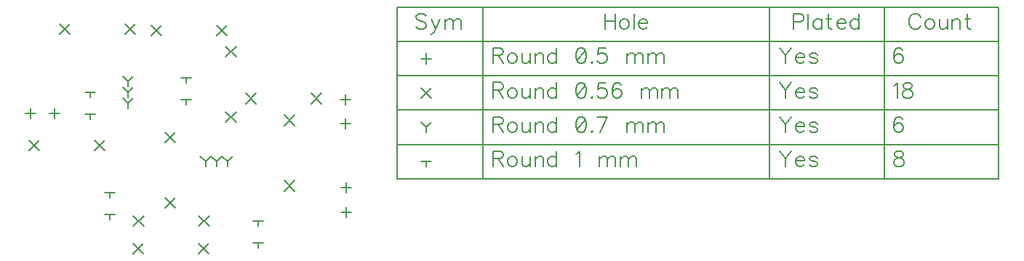
<source format=gbr>
G04 DipTrace 3.0.0.1*
G04 Plated_Through.gbr*
%MOIN*%
G04 #@! TF.FileFunction,Plated,1,2,PTH,Drill*
G04 #@! TF.Part,Single*
G04 Drill Symbols*
G04 D=0.019685 - Cross*
G04 D=0.021995 - X*
G04 D=0.027559 - Y*
G04 D=0.03937 - T*
%ADD10C,0.007874*%
%FSLAX26Y26*%
G04*
G70*
G90*
G75*
G01*
X762205Y1299606D2*
D10*
X809449D1*
X785827D2*
Y1275984D1*
X762205Y1199606D2*
X809449D1*
X785827D2*
Y1175984D1*
X852362Y738976D2*
X899606D1*
X875984D2*
Y715354D1*
X852362Y838976D2*
X899606D1*
X875984D2*
Y815354D1*
X1204331Y1266142D2*
X1251575D1*
X1227953D2*
Y1242520D1*
X1204331Y1366142D2*
X1251575D1*
X1227953D2*
Y1342520D1*
X1532283Y708268D2*
X1579528D1*
X1555906D2*
Y684646D1*
X1532283Y608268D2*
X1579528D1*
X1555906D2*
Y584646D1*
X935433Y1372835D2*
X959055Y1349213D1*
X982677Y1372835D1*
X959055Y1349213D2*
Y1325591D1*
X935433Y1322835D2*
X959055Y1299213D1*
X982677Y1322835D1*
X959055Y1299213D2*
Y1275591D1*
X935433Y1272835D2*
X959055Y1249213D1*
X982677Y1272835D1*
X959055Y1249213D2*
Y1225591D1*
X1391732Y1005906D2*
X1415354Y982283D1*
X1438976Y1005906D1*
X1415354Y982283D2*
Y958661D1*
X1341732Y1005906D2*
X1365354Y982283D1*
X1388976Y1005906D1*
X1365354Y982283D2*
Y958661D1*
X1291732Y1005906D2*
X1315354Y982283D1*
X1338976Y1005906D1*
X1315354Y982283D2*
Y958661D1*
X1366929Y1604724D2*
X1414173Y1557480D1*
Y1604724D2*
X1366929Y1557480D1*
X1066929Y1604724D2*
X1114173Y1557480D1*
Y1604724D2*
X1066929Y1557480D1*
X948031Y1611811D2*
X995276Y1564567D1*
Y1611811D2*
X948031Y1564567D1*
X648031Y1611811D2*
X695276Y1564567D1*
Y1611811D2*
X648031Y1564567D1*
X1408661Y1508268D2*
X1455906Y1461024D1*
Y1508268D2*
X1408661Y1461024D1*
Y1208268D2*
X1455906Y1161024D1*
Y1208268D2*
X1408661Y1161024D1*
X805512Y1077165D2*
X852756Y1029921D1*
Y1077165D2*
X805512Y1029921D1*
X505512Y1077165D2*
X552756Y1029921D1*
Y1077165D2*
X505512Y1029921D1*
X1800787Y1293307D2*
X1848031Y1246063D1*
Y1293307D2*
X1800787Y1246063D1*
X1500787Y1293307D2*
X1548031Y1246063D1*
Y1293307D2*
X1500787Y1246063D1*
X1130709Y1113780D2*
X1177953Y1066535D1*
Y1113780D2*
X1130709Y1066535D1*
Y813780D2*
X1177953Y766535D1*
Y813780D2*
X1130709Y766535D1*
X1285039Y730709D2*
X1332283Y683465D1*
Y730709D2*
X1285039Y683465D1*
X985039Y730709D2*
X1032283Y683465D1*
Y730709D2*
X985039Y683465D1*
X1677559Y1193307D2*
X1724803Y1146063D1*
Y1193307D2*
X1677559Y1146063D1*
Y893307D2*
X1724803Y846063D1*
Y893307D2*
X1677559Y846063D1*
X1284252Y604331D2*
X1331496Y557087D1*
Y604331D2*
X1284252Y557087D1*
X984252Y604331D2*
X1031496Y557087D1*
Y604331D2*
X984252Y557087D1*
X624409Y1225591D2*
Y1178346D1*
X600787Y1201969D2*
X648031D1*
X512992Y1225591D2*
Y1178346D1*
X489370Y1201969D2*
X536614D1*
X1960236Y772835D2*
Y725591D1*
X1936614Y749213D2*
X1983858D1*
X1960236Y884252D2*
Y837008D1*
X1936614Y860630D2*
X1983858D1*
X1957480Y1177559D2*
Y1130315D1*
X1933858Y1153937D2*
X1981102D1*
X1957480Y1288976D2*
Y1241732D1*
X1933858Y1265354D2*
X1981102D1*
X2194751Y1688976D2*
X2588451D1*
Y1531496D1*
X2194751D1*
Y1688976D1*
Y1531496D2*
X2588451D1*
Y1374016D1*
X2194751D1*
Y1531496D1*
Y1374016D2*
X2588451D1*
Y1216535D1*
X2194751D1*
Y1374016D1*
Y1216535D2*
X2588451D1*
Y1059055D1*
X2194751D1*
Y1216535D1*
Y1059055D2*
X2588451D1*
Y901575D1*
X2194751D1*
Y1059055D1*
X2588451Y1688976D2*
X3900787D1*
Y1531496D1*
X2588451D1*
Y1688976D1*
Y1531496D2*
X3900787D1*
Y1374016D1*
X2588451D1*
Y1531496D1*
Y1374016D2*
X3900787D1*
Y1216535D1*
X2588451D1*
Y1374016D1*
Y1216535D2*
X3900787D1*
Y1059055D1*
X2588451D1*
Y1216535D1*
Y1059055D2*
X3900787D1*
Y901575D1*
X2588451D1*
Y1059055D1*
X3900787Y1688976D2*
X4425722D1*
Y1531496D1*
X3900787D1*
Y1688976D1*
Y1531496D2*
X4425722D1*
Y1374016D1*
X3900787D1*
Y1531496D1*
Y1374016D2*
X4425722D1*
Y1216535D1*
X3900787D1*
Y1374016D1*
Y1216535D2*
X4425722D1*
Y1059055D1*
X3900787D1*
Y1216535D1*
Y1059055D2*
X4425722D1*
Y901575D1*
X3900787D1*
Y1059055D1*
X4425722Y1688976D2*
X4950656D1*
Y1531496D1*
X4425722D1*
Y1688976D1*
Y1531496D2*
X4950656D1*
Y1374016D1*
X4425722D1*
Y1531496D1*
Y1374016D2*
X4950656D1*
Y1216535D1*
X4425722D1*
Y1374016D1*
Y1216535D2*
X4950656D1*
Y1059055D1*
X4425722D1*
Y1216535D1*
Y1059055D2*
X4950656D1*
Y901575D1*
X4425722D1*
Y1059055D1*
X2325984Y1476378D2*
Y1429134D1*
X2302362Y1452756D2*
X2349606D1*
X2302362Y1318898D2*
X2349606Y1271654D1*
Y1318898D2*
X2302362Y1271654D1*
Y1161417D2*
X2325984Y1137795D1*
X2349606Y1161417D1*
X2325984Y1137795D2*
Y1114173D1*
X2302362Y980315D2*
X2349606D1*
X2325984D2*
Y956693D1*
X2326503Y1647902D2*
X2319849Y1654634D1*
X2309790Y1657961D1*
X2296403D1*
X2286344Y1654634D1*
X2279612Y1647902D1*
Y1641248D1*
X2283017Y1634516D1*
X2286344Y1631189D1*
X2292999Y1627861D1*
X2313117Y1621130D1*
X2319849Y1617802D1*
X2323176Y1614398D1*
X2326503Y1607743D1*
Y1597684D1*
X2319849Y1591030D1*
X2309790Y1587625D1*
X2296403D1*
X2286344Y1591030D1*
X2279612Y1597684D1*
X2351523Y1634516D2*
X2371563Y1587625D1*
X2364909Y1574239D1*
X2358177Y1567507D1*
X2351523Y1564180D1*
X2348118D1*
X2391681Y1634516D2*
X2371563Y1587625D1*
X2413296Y1634516D2*
Y1587625D1*
Y1621130D2*
X2423355Y1631189D1*
X2430087Y1634516D1*
X2440069D1*
X2446801Y1631189D1*
X2450128Y1621130D1*
Y1587625D1*
Y1621130D2*
X2460187Y1631189D1*
X2466919Y1634516D1*
X2476901D1*
X2483632Y1631189D1*
X2487037Y1621130D1*
Y1587625D1*
X3145545Y1657961D2*
Y1587625D1*
X3192436Y1657961D2*
Y1587625D1*
X3145545Y1624457D2*
X3192436D1*
X3230765Y1634516D2*
X3224110Y1631189D1*
X3217378Y1624457D1*
X3214051Y1614398D1*
Y1607743D1*
X3217378Y1597684D1*
X3224110Y1591030D1*
X3230765Y1587625D1*
X3240824D1*
X3247555Y1591030D1*
X3254210Y1597684D1*
X3257615Y1607743D1*
Y1614398D1*
X3254210Y1624457D1*
X3247555Y1631189D1*
X3240824Y1634516D1*
X3230765D1*
X3279229Y1657961D2*
Y1587625D1*
X3300844Y1614398D2*
X3341003D1*
Y1621130D1*
X3337676Y1627861D1*
X3334349Y1631189D1*
X3327617Y1634516D1*
X3317558D1*
X3310903Y1631189D1*
X3304172Y1624457D1*
X3300844Y1614398D1*
Y1607743D1*
X3304172Y1597684D1*
X3310903Y1591030D1*
X3317558Y1587625D1*
X3327617D1*
X3334349Y1591030D1*
X3341003Y1597684D1*
X2633225Y1466977D2*
X2663325D1*
X2673384Y1470381D1*
X2676789Y1473708D1*
X2680116Y1480363D1*
Y1487095D1*
X2676789Y1493749D1*
X2673384Y1497154D1*
X2663325Y1500481D1*
X2633225D1*
Y1430145D1*
X2656671Y1466977D2*
X2680116Y1430145D1*
X2718444Y1477036D2*
X2711790Y1473708D1*
X2705058Y1466977D1*
X2701731Y1456917D1*
Y1450263D1*
X2705058Y1440204D1*
X2711790Y1433550D1*
X2718444Y1430145D1*
X2728503D1*
X2735235Y1433550D1*
X2741890Y1440204D1*
X2745294Y1450263D1*
Y1456917D1*
X2741890Y1466977D1*
X2735235Y1473708D1*
X2728503Y1477036D1*
X2718444D1*
X2766909D2*
Y1443531D1*
X2770236Y1433550D1*
X2776968Y1430145D1*
X2787027D1*
X2793682Y1433550D1*
X2803741Y1443531D1*
Y1477036D2*
Y1430145D1*
X2825356Y1477036D2*
Y1430145D1*
Y1463649D2*
X2835415Y1473708D1*
X2842147Y1477036D1*
X2852128D1*
X2858860Y1473708D1*
X2862187Y1463649D1*
Y1430145D1*
X2923961Y1500481D2*
Y1430145D1*
Y1466977D2*
X2917307Y1473708D1*
X2910575Y1477036D1*
X2900516D1*
X2893861Y1473708D1*
X2887130Y1466977D1*
X2883802Y1456917D1*
Y1450263D1*
X2887130Y1440204D1*
X2893861Y1433550D1*
X2900516Y1430145D1*
X2910575D1*
X2917307Y1433550D1*
X2923961Y1440204D1*
X3033736Y1500404D2*
X3023677Y1497076D1*
X3016945Y1487017D1*
X3013618Y1470304D1*
Y1460245D1*
X3016945Y1443531D1*
X3023677Y1433472D1*
X3033736Y1430145D1*
X3040390D1*
X3050449Y1433472D1*
X3057104Y1443531D1*
X3060508Y1460245D1*
Y1470304D1*
X3057104Y1487017D1*
X3050449Y1497076D1*
X3040390Y1500404D1*
X3033736D1*
X3057104Y1487017D2*
X3016945Y1443531D1*
X3085450Y1436877D2*
X3082123Y1433472D1*
X3085450Y1430145D1*
X3088855Y1433472D1*
X3085450Y1436877D1*
X3150629Y1500404D2*
X3117202D1*
X3113875Y1470304D1*
X3117202Y1473631D1*
X3127261Y1477036D1*
X3137242D1*
X3147302Y1473631D1*
X3154033Y1466977D1*
X3157361Y1456917D1*
Y1450263D1*
X3154033Y1440204D1*
X3147302Y1433472D1*
X3137242Y1430145D1*
X3127261D1*
X3117202Y1433472D1*
X3113875Y1436877D1*
X3110470Y1443531D1*
X3247017Y1477036D2*
Y1430145D1*
Y1463649D2*
X3257076Y1473708D1*
X3263808Y1477036D1*
X3273789D1*
X3280521Y1473708D1*
X3283849Y1463649D1*
Y1430145D1*
Y1463649D2*
X3293908Y1473708D1*
X3300639Y1477036D1*
X3310621D1*
X3317353Y1473708D1*
X3320758Y1463649D1*
Y1430145D1*
X3342372Y1477036D2*
Y1430145D1*
Y1463649D2*
X3352432Y1473708D1*
X3359163Y1477036D1*
X3369145D1*
X3375877Y1473708D1*
X3379204Y1463649D1*
Y1430145D1*
Y1463649D2*
X3389263Y1473708D1*
X3395995Y1477036D1*
X3405977D1*
X3412708Y1473708D1*
X3416113Y1463649D1*
Y1430145D1*
X2633225Y1309496D2*
X2663325D1*
X2673384Y1312901D1*
X2676789Y1316228D1*
X2680116Y1322883D1*
Y1329614D1*
X2676789Y1336269D1*
X2673384Y1339673D1*
X2663325Y1343001D1*
X2633225D1*
Y1272665D1*
X2656671Y1309496D2*
X2680116Y1272665D1*
X2718444Y1319555D2*
X2711790Y1316228D1*
X2705058Y1309496D1*
X2701731Y1299437D1*
Y1292783D1*
X2705058Y1282724D1*
X2711790Y1276069D1*
X2718444Y1272665D1*
X2728503D1*
X2735235Y1276069D1*
X2741890Y1282724D1*
X2745294Y1292783D1*
Y1299437D1*
X2741890Y1309496D1*
X2735235Y1316228D1*
X2728503Y1319555D1*
X2718444D1*
X2766909D2*
Y1286051D1*
X2770236Y1276069D1*
X2776968Y1272665D1*
X2787027D1*
X2793682Y1276069D1*
X2803741Y1286051D1*
Y1319555D2*
Y1272665D1*
X2825356Y1319555D2*
Y1272665D1*
Y1306169D2*
X2835415Y1316228D1*
X2842147Y1319555D1*
X2852128D1*
X2858860Y1316228D1*
X2862187Y1306169D1*
Y1272665D1*
X2923961Y1343001D2*
Y1272665D1*
Y1309496D2*
X2917307Y1316228D1*
X2910575Y1319555D1*
X2900516D1*
X2893861Y1316228D1*
X2887130Y1309496D1*
X2883802Y1299437D1*
Y1292783D1*
X2887130Y1282724D1*
X2893861Y1276069D1*
X2900516Y1272665D1*
X2910575D1*
X2917307Y1276069D1*
X2923961Y1282724D1*
X3033736Y1342923D2*
X3023677Y1339596D1*
X3016945Y1329537D1*
X3013618Y1312823D1*
Y1302764D1*
X3016945Y1286051D1*
X3023677Y1275992D1*
X3033736Y1272665D1*
X3040390D1*
X3050449Y1275992D1*
X3057104Y1286051D1*
X3060508Y1302764D1*
Y1312823D1*
X3057104Y1329537D1*
X3050449Y1339596D1*
X3040390Y1342923D1*
X3033736D1*
X3057104Y1329537D2*
X3016945Y1286051D1*
X3085450Y1279396D2*
X3082123Y1275992D1*
X3085450Y1272665D1*
X3088855Y1275992D1*
X3085450Y1279396D1*
X3150629Y1342923D2*
X3117202D1*
X3113875Y1312823D1*
X3117202Y1316151D1*
X3127261Y1319555D1*
X3137242D1*
X3147302Y1316151D1*
X3154033Y1309496D1*
X3157361Y1299437D1*
Y1292783D1*
X3154033Y1282724D1*
X3147302Y1275992D1*
X3137242Y1272665D1*
X3127261D1*
X3117202Y1275992D1*
X3113875Y1279396D1*
X3110470Y1286051D1*
X3219134Y1332942D2*
X3215807Y1339596D1*
X3205748Y1342923D1*
X3199094D1*
X3189035Y1339596D1*
X3182303Y1329537D1*
X3178976Y1312823D1*
Y1296110D1*
X3182303Y1282724D1*
X3189035Y1275992D1*
X3199094Y1272665D1*
X3202421D1*
X3212403Y1275992D1*
X3219134Y1282724D1*
X3222462Y1292783D1*
Y1296110D1*
X3219134Y1306169D1*
X3212403Y1312823D1*
X3202421Y1316151D1*
X3199094D1*
X3189035Y1312823D1*
X3182303Y1306169D1*
X3178976Y1296110D1*
X3312118Y1319555D2*
Y1272665D1*
Y1306169D2*
X3322177Y1316228D1*
X3328909Y1319555D1*
X3338890D1*
X3345622Y1316228D1*
X3348950Y1306169D1*
Y1272665D1*
Y1306169D2*
X3359009Y1316228D1*
X3365740Y1319555D1*
X3375722D1*
X3382454Y1316228D1*
X3385859Y1306169D1*
Y1272665D1*
X3407473Y1319555D2*
Y1272665D1*
Y1306169D2*
X3417533Y1316228D1*
X3424264Y1319555D1*
X3434246D1*
X3440978Y1316228D1*
X3444305Y1306169D1*
Y1272665D1*
Y1306169D2*
X3454364Y1316228D1*
X3461096Y1319555D1*
X3471078D1*
X3477809Y1316228D1*
X3481214Y1306169D1*
Y1272665D1*
X2633225Y1152016D2*
X2663325D1*
X2673384Y1155421D1*
X2676789Y1158748D1*
X2680116Y1165402D1*
Y1172134D1*
X2676789Y1178788D1*
X2673384Y1182193D1*
X2663325Y1185520D1*
X2633225D1*
Y1115184D1*
X2656671Y1152016D2*
X2680116Y1115184D1*
X2718444Y1162075D2*
X2711790Y1158748D1*
X2705058Y1152016D1*
X2701731Y1141957D1*
Y1135302D1*
X2705058Y1125243D1*
X2711790Y1118589D1*
X2718444Y1115184D1*
X2728503D1*
X2735235Y1118589D1*
X2741890Y1125243D1*
X2745294Y1135302D1*
Y1141957D1*
X2741890Y1152016D1*
X2735235Y1158748D1*
X2728503Y1162075D1*
X2718444D1*
X2766909D2*
Y1128571D1*
X2770236Y1118589D1*
X2776968Y1115184D1*
X2787027D1*
X2793682Y1118589D1*
X2803741Y1128571D1*
Y1162075D2*
Y1115184D1*
X2825356Y1162075D2*
Y1115184D1*
Y1148689D2*
X2835415Y1158748D1*
X2842147Y1162075D1*
X2852128D1*
X2858860Y1158748D1*
X2862187Y1148689D1*
Y1115184D1*
X2923961Y1185520D2*
Y1115184D1*
Y1152016D2*
X2917307Y1158748D1*
X2910575Y1162075D1*
X2900516D1*
X2893861Y1158748D1*
X2887130Y1152016D1*
X2883802Y1141957D1*
Y1135302D1*
X2887130Y1125243D1*
X2893861Y1118589D1*
X2900516Y1115184D1*
X2910575D1*
X2917307Y1118589D1*
X2923961Y1125243D1*
X3033736Y1185443D2*
X3023677Y1182116D1*
X3016945Y1172057D1*
X3013618Y1155343D1*
Y1145284D1*
X3016945Y1128571D1*
X3023677Y1118512D1*
X3033736Y1115184D1*
X3040390D1*
X3050449Y1118512D1*
X3057104Y1128571D1*
X3060508Y1145284D1*
Y1155343D1*
X3057104Y1172057D1*
X3050449Y1182116D1*
X3040390Y1185443D1*
X3033736D1*
X3057104Y1172057D2*
X3016945Y1128571D1*
X3085450Y1121916D2*
X3082123Y1118512D1*
X3085450Y1115184D1*
X3088855Y1118512D1*
X3085450Y1121916D1*
X3123856Y1115184D2*
X3157361Y1185443D1*
X3110470D1*
X3247017Y1162075D2*
Y1115184D1*
Y1148689D2*
X3257076Y1158748D1*
X3263808Y1162075D1*
X3273789D1*
X3280521Y1158748D1*
X3283849Y1148689D1*
Y1115184D1*
Y1148689D2*
X3293908Y1158748D1*
X3300639Y1162075D1*
X3310621D1*
X3317353Y1158748D1*
X3320758Y1148689D1*
Y1115184D1*
X3342372Y1162075D2*
Y1115184D1*
Y1148689D2*
X3352432Y1158748D1*
X3359163Y1162075D1*
X3369145D1*
X3375877Y1158748D1*
X3379204Y1148689D1*
Y1115184D1*
Y1148689D2*
X3389263Y1158748D1*
X3395995Y1162075D1*
X3405977D1*
X3412708Y1158748D1*
X3416113Y1148689D1*
Y1115184D1*
X2633225Y994536D2*
X2663325D1*
X2673384Y997940D1*
X2676789Y1001267D1*
X2680116Y1007922D1*
Y1014654D1*
X2676789Y1021308D1*
X2673384Y1024713D1*
X2663325Y1028040D1*
X2633225D1*
Y957704D1*
X2656671Y994536D2*
X2680116Y957704D1*
X2718444Y1004595D2*
X2711790Y1001267D1*
X2705058Y994536D1*
X2701731Y984477D1*
Y977822D1*
X2705058Y967763D1*
X2711790Y961109D1*
X2718444Y957704D1*
X2728503D1*
X2735235Y961109D1*
X2741890Y967763D1*
X2745294Y977822D1*
Y984477D1*
X2741890Y994536D1*
X2735235Y1001267D1*
X2728503Y1004595D1*
X2718444D1*
X2766909D2*
Y971090D1*
X2770236Y961109D1*
X2776968Y957704D1*
X2787027D1*
X2793682Y961109D1*
X2803741Y971090D1*
Y1004595D2*
Y957704D1*
X2825356Y1004595D2*
Y957704D1*
Y991208D2*
X2835415Y1001267D1*
X2842147Y1004595D1*
X2852128D1*
X2858860Y1001267D1*
X2862187Y991208D1*
Y957704D1*
X2923961Y1028040D2*
Y957704D1*
Y994536D2*
X2917307Y1001267D1*
X2910575Y1004595D1*
X2900516D1*
X2893861Y1001267D1*
X2887130Y994536D1*
X2883802Y984477D1*
Y977822D1*
X2887130Y967763D1*
X2893861Y961109D1*
X2900516Y957704D1*
X2910575D1*
X2917307Y961109D1*
X2923961Y967763D1*
X3013618Y1014576D2*
X3020349Y1017981D1*
X3030408Y1027963D1*
Y957704D1*
X3120065Y1004595D2*
Y957704D1*
Y991208D2*
X3130124Y1001267D1*
X3136856Y1004595D1*
X3146837D1*
X3153569Y1001267D1*
X3156896Y991208D1*
Y957704D1*
Y991208D2*
X3166955Y1001267D1*
X3173687Y1004595D1*
X3183669D1*
X3190401Y1001267D1*
X3193805Y991208D1*
Y957704D1*
X3215420Y1004595D2*
Y957704D1*
Y991208D2*
X3225479Y1001267D1*
X3232211Y1004595D1*
X3242193D1*
X3248925Y1001267D1*
X3252252Y991208D1*
Y957704D1*
Y991208D2*
X3262311Y1001267D1*
X3269043Y1004595D1*
X3279024D1*
X3285756Y1001267D1*
X3289161Y991208D1*
Y957704D1*
X4009106Y1621130D2*
X4039284D1*
X4049265Y1624457D1*
X4052670Y1627861D1*
X4055997Y1634516D1*
Y1644575D1*
X4052670Y1651229D1*
X4049265Y1654634D1*
X4039284Y1657961D1*
X4009106D1*
Y1587625D1*
X4077612Y1657961D2*
Y1587625D1*
X4139386Y1634516D2*
Y1587625D1*
Y1624457D2*
X4132731Y1631189D1*
X4126000Y1634516D1*
X4116018D1*
X4109286Y1631189D1*
X4102632Y1624457D1*
X4099227Y1614398D1*
Y1607743D1*
X4102632Y1597684D1*
X4109286Y1591030D1*
X4116018Y1587625D1*
X4126000D1*
X4132731Y1591030D1*
X4139386Y1597684D1*
X4171060Y1657961D2*
Y1601012D1*
X4174387Y1591030D1*
X4181119Y1587625D1*
X4187773D1*
X4161001Y1634516D2*
X4184446D1*
X4209388Y1614398D2*
X4249547D1*
Y1621130D1*
X4246220Y1627861D1*
X4242893Y1631189D1*
X4236161Y1634516D1*
X4226102D1*
X4219447Y1631189D1*
X4212716Y1624457D1*
X4209388Y1614398D1*
Y1607743D1*
X4212716Y1597684D1*
X4219447Y1591030D1*
X4226102Y1587625D1*
X4236161D1*
X4242893Y1591030D1*
X4249547Y1597684D1*
X4311321Y1657961D2*
Y1587625D1*
Y1624457D2*
X4304667Y1631189D1*
X4297935Y1634516D1*
X4287876D1*
X4281221Y1631189D1*
X4274489Y1624457D1*
X4271162Y1614398D1*
Y1607743D1*
X4274489Y1597684D1*
X4281221Y1591030D1*
X4287876Y1587625D1*
X4297935D1*
X4304667Y1591030D1*
X4311321Y1597684D1*
X3945561Y1500481D2*
X3972334Y1466977D1*
Y1430145D1*
X3999106Y1500481D2*
X3972334Y1466977D1*
X4020721Y1456917D2*
X4060880D1*
Y1463649D1*
X4057553Y1470381D1*
X4054226Y1473708D1*
X4047494Y1477036D1*
X4037435D1*
X4030780Y1473708D1*
X4024049Y1466977D1*
X4020721Y1456917D1*
Y1450263D1*
X4024049Y1440204D1*
X4030780Y1433550D1*
X4037435Y1430145D1*
X4047494D1*
X4054226Y1433550D1*
X4060880Y1440204D1*
X4119327Y1466977D2*
X4115999Y1473708D1*
X4105940Y1477036D1*
X4095881D1*
X4085822Y1473708D1*
X4082495Y1466977D1*
X4085822Y1460322D1*
X4092554Y1456917D1*
X4109268Y1453590D1*
X4115999Y1450263D1*
X4119327Y1443531D1*
Y1440204D1*
X4115999Y1433550D1*
X4105940Y1430145D1*
X4095881D1*
X4085822Y1433550D1*
X4082495Y1440204D1*
X3945561Y1343001D2*
X3972334Y1309496D1*
Y1272665D1*
X3999106Y1343001D2*
X3972334Y1309496D1*
X4020721Y1299437D2*
X4060880D1*
Y1306169D1*
X4057553Y1312901D1*
X4054226Y1316228D1*
X4047494Y1319555D1*
X4037435D1*
X4030780Y1316228D1*
X4024049Y1309496D1*
X4020721Y1299437D1*
Y1292783D1*
X4024049Y1282724D1*
X4030780Y1276069D1*
X4037435Y1272665D1*
X4047494D1*
X4054226Y1276069D1*
X4060880Y1282724D1*
X4119327Y1309496D2*
X4115999Y1316228D1*
X4105940Y1319555D1*
X4095881D1*
X4085822Y1316228D1*
X4082495Y1309496D1*
X4085822Y1302842D1*
X4092554Y1299437D1*
X4109268Y1296110D1*
X4115999Y1292783D1*
X4119327Y1286051D1*
Y1282724D1*
X4115999Y1276069D1*
X4105940Y1272665D1*
X4095881D1*
X4085822Y1276069D1*
X4082495Y1282724D1*
X3945561Y1185520D2*
X3972334Y1152016D1*
Y1115184D1*
X3999106Y1185520D2*
X3972334Y1152016D1*
X4020721Y1141957D2*
X4060880D1*
Y1148689D1*
X4057553Y1155421D1*
X4054226Y1158748D1*
X4047494Y1162075D1*
X4037435D1*
X4030780Y1158748D1*
X4024049Y1152016D1*
X4020721Y1141957D1*
Y1135302D1*
X4024049Y1125243D1*
X4030780Y1118589D1*
X4037435Y1115184D1*
X4047494D1*
X4054226Y1118589D1*
X4060880Y1125243D1*
X4119327Y1152016D2*
X4115999Y1158748D1*
X4105940Y1162075D1*
X4095881D1*
X4085822Y1158748D1*
X4082495Y1152016D1*
X4085822Y1145361D1*
X4092554Y1141957D1*
X4109268Y1138630D1*
X4115999Y1135302D1*
X4119327Y1128571D1*
Y1125243D1*
X4115999Y1118589D1*
X4105940Y1115184D1*
X4095881D1*
X4085822Y1118589D1*
X4082495Y1125243D1*
X3945561Y1028040D2*
X3972334Y994536D1*
Y957704D1*
X3999106Y1028040D2*
X3972334Y994536D1*
X4020721Y984477D2*
X4060880D1*
Y991208D1*
X4057553Y997940D1*
X4054226Y1001267D1*
X4047494Y1004595D1*
X4037435D1*
X4030780Y1001267D1*
X4024049Y994536D1*
X4020721Y984477D1*
Y977822D1*
X4024049Y967763D1*
X4030780Y961109D1*
X4037435Y957704D1*
X4047494D1*
X4054226Y961109D1*
X4060880Y967763D1*
X4119327Y994536D2*
X4115999Y1001267D1*
X4105940Y1004595D1*
X4095881D1*
X4085822Y1001267D1*
X4082495Y994536D1*
X4085822Y987881D1*
X4092554Y984477D1*
X4109268Y981149D1*
X4115999Y977822D1*
X4119327Y971090D1*
Y967763D1*
X4115999Y961109D1*
X4105940Y957704D1*
X4095881D1*
X4085822Y961109D1*
X4082495Y967763D1*
X4592085Y1641248D2*
X4588758Y1647902D1*
X4582026Y1654634D1*
X4575371Y1657961D1*
X4561985D1*
X4555253Y1654634D1*
X4548599Y1647902D1*
X4545194Y1641248D1*
X4541867Y1631189D1*
Y1614398D1*
X4545194Y1604416D1*
X4548599Y1597684D1*
X4555253Y1591030D1*
X4561985Y1587625D1*
X4575371D1*
X4582026Y1591030D1*
X4588758Y1597684D1*
X4592085Y1604416D1*
X4630413Y1634516D2*
X4623759Y1631189D1*
X4617027Y1624457D1*
X4613700Y1614398D1*
Y1607743D1*
X4617027Y1597684D1*
X4623759Y1591030D1*
X4630413Y1587625D1*
X4640472D1*
X4647204Y1591030D1*
X4653859Y1597684D1*
X4657263Y1607743D1*
Y1614398D1*
X4653859Y1624457D1*
X4647204Y1631189D1*
X4640472Y1634516D1*
X4630413D1*
X4678878D2*
Y1601012D1*
X4682205Y1591030D1*
X4688937Y1587625D1*
X4698996D1*
X4705651Y1591030D1*
X4715710Y1601012D1*
Y1634516D2*
Y1587625D1*
X4737325Y1634516D2*
Y1587625D1*
Y1621130D2*
X4747384Y1631189D1*
X4754116Y1634516D1*
X4764097D1*
X4770829Y1631189D1*
X4774156Y1621130D1*
Y1587625D1*
X4805830Y1657961D2*
Y1601012D1*
X4809158Y1591030D1*
X4815889Y1587625D1*
X4822544D1*
X4795771Y1634516D2*
X4819217D1*
X4510654Y1490422D2*
X4507327Y1497076D1*
X4497268Y1500404D1*
X4490614D1*
X4480555Y1497076D1*
X4473823Y1487017D1*
X4470496Y1470304D1*
Y1453590D1*
X4473823Y1440204D1*
X4480555Y1433472D1*
X4490614Y1430145D1*
X4493941D1*
X4503923Y1433472D1*
X4510654Y1440204D1*
X4513982Y1450263D1*
Y1453590D1*
X4510654Y1463649D1*
X4503923Y1470304D1*
X4493941Y1473631D1*
X4490614D1*
X4480555Y1470304D1*
X4473823Y1463649D1*
X4470496Y1453590D1*
Y1329537D2*
X4477227Y1332942D1*
X4487286Y1342923D1*
Y1272665D1*
X4525615Y1342923D2*
X4515633Y1339596D1*
X4512229Y1332942D1*
Y1326210D1*
X4515633Y1319555D1*
X4522288Y1316151D1*
X4535674Y1312823D1*
X4545733Y1309496D1*
X4552387Y1302764D1*
X4555715Y1296110D1*
Y1286051D1*
X4552387Y1279396D1*
X4549060Y1275992D1*
X4539001Y1272665D1*
X4525615D1*
X4515633Y1275992D1*
X4512229Y1279396D1*
X4508901Y1286051D1*
Y1296110D1*
X4512229Y1302764D1*
X4518960Y1309496D1*
X4528942Y1312823D1*
X4542328Y1316151D1*
X4549060Y1319555D1*
X4552387Y1326210D1*
Y1332942D1*
X4549060Y1339596D1*
X4539001Y1342923D1*
X4525615D1*
X4510654Y1175461D2*
X4507327Y1182116D1*
X4497268Y1185443D1*
X4490614D1*
X4480555Y1182116D1*
X4473823Y1172057D1*
X4470496Y1155343D1*
Y1138630D1*
X4473823Y1125243D1*
X4480555Y1118512D1*
X4490614Y1115184D1*
X4493941D1*
X4503923Y1118512D1*
X4510654Y1125243D1*
X4513982Y1135302D1*
Y1138630D1*
X4510654Y1148689D1*
X4503923Y1155343D1*
X4493941Y1158670D1*
X4490614D1*
X4480555Y1155343D1*
X4473823Y1148689D1*
X4470496Y1138630D1*
X4487209Y1027963D2*
X4477227Y1024635D1*
X4473823Y1017981D1*
Y1011249D1*
X4477227Y1004595D1*
X4483882Y1001190D1*
X4497268Y997863D1*
X4507327Y994536D1*
X4513982Y987804D1*
X4517309Y981149D1*
Y971090D1*
X4513982Y964436D1*
X4510654Y961031D1*
X4500595Y957704D1*
X4487209D1*
X4477227Y961031D1*
X4473823Y964436D1*
X4470496Y971090D1*
Y981149D1*
X4473823Y987804D1*
X4480555Y994536D1*
X4490536Y997863D1*
X4503923Y1001190D1*
X4510654Y1004595D1*
X4513982Y1011249D1*
Y1017981D1*
X4510654Y1024635D1*
X4500595Y1027963D1*
X4487209D1*
M02*

</source>
